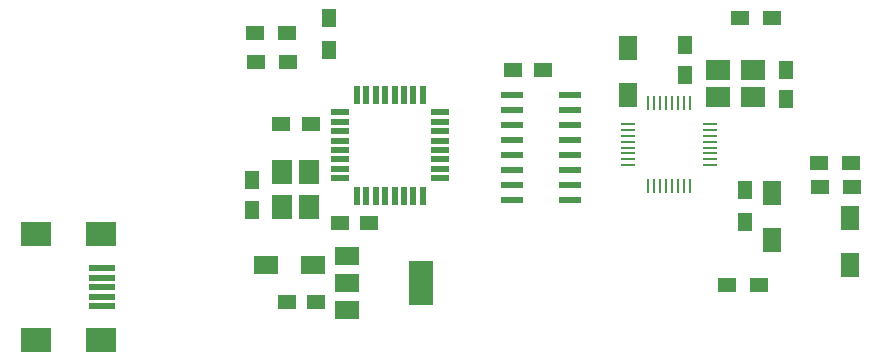
<source format=gbr>
%TF.GenerationSoftware,KiCad,Pcbnew,(5.0.0)*%
%TF.CreationDate,2018-10-21T12:48:55-07:00*%
%TF.ProjectId,USB_Host_Midi_Adapter,5553425F486F73745F4D6964695F4164,rev?*%
%TF.SameCoordinates,Original*%
%TF.FileFunction,Paste,Top*%
%TF.FilePolarity,Positive*%
%FSLAX46Y46*%
G04 Gerber Fmt 4.6, Leading zero omitted, Abs format (unit mm)*
G04 Created by KiCad (PCBNEW (5.0.0)) date 10/21/18 12:48:55*
%MOMM*%
%LPD*%
G01*
G04 APERTURE LIST*
%ADD10R,1.500000X1.250000*%
%ADD11R,2.000000X1.600000*%
%ADD12R,1.600000X2.000000*%
%ADD13R,1.250000X1.500000*%
%ADD14R,2.500000X2.000000*%
%ADD15R,2.300000X0.500000*%
%ADD16R,1.500000X1.300000*%
%ADD17R,1.300000X1.500000*%
%ADD18R,0.550000X1.600000*%
%ADD19R,1.600000X0.550000*%
%ADD20R,2.000000X1.500000*%
%ADD21R,2.000000X3.800000*%
%ADD22R,1.143000X0.254000*%
%ADD23R,0.254000X1.143000*%
%ADD24R,1.981200X0.558800*%
%ADD25R,2.100000X1.800000*%
%ADD26R,1.800000X2.100000*%
G04 APERTURE END LIST*
D10*
X155150500Y-85217000D03*
X157650500Y-85217000D03*
X158095000Y-100330000D03*
X155595000Y-100330000D03*
D11*
X153829000Y-97155000D03*
X157829000Y-97155000D03*
D12*
X184467500Y-82835500D03*
X184467500Y-78835500D03*
X203263500Y-97186500D03*
X203263500Y-93186500D03*
D13*
X189293500Y-78569500D03*
X189293500Y-81069500D03*
X197866000Y-83165000D03*
X197866000Y-80665000D03*
D12*
X196659500Y-95091000D03*
X196659500Y-91091000D03*
D10*
X177272000Y-80645000D03*
X174772000Y-80645000D03*
X160103500Y-93599000D03*
X162603500Y-93599000D03*
D13*
X152654000Y-92537600D03*
X152654000Y-90037600D03*
D14*
X134360000Y-103510000D03*
X139860000Y-103510000D03*
X134360000Y-94610000D03*
X139860000Y-94610000D03*
D15*
X139960000Y-100660000D03*
X139960000Y-99860000D03*
X139960000Y-99060000D03*
X139960000Y-98260000D03*
X139960000Y-97460000D03*
D16*
X203407000Y-88582500D03*
X200707000Y-88582500D03*
X200770500Y-90614500D03*
X203470500Y-90614500D03*
D17*
X159194500Y-78947000D03*
X159194500Y-76247000D03*
X194437000Y-90852000D03*
X194437000Y-93552000D03*
D16*
X153018500Y-80010000D03*
X155718500Y-80010000D03*
X152955000Y-77533500D03*
X155655000Y-77533500D03*
X192896500Y-98869500D03*
X195596500Y-98869500D03*
D18*
X161538000Y-82808500D03*
X162338000Y-82808500D03*
X163138000Y-82808500D03*
X163938000Y-82808500D03*
X164738000Y-82808500D03*
X165538000Y-82808500D03*
X166338000Y-82808500D03*
X167138000Y-82808500D03*
D19*
X168588000Y-84258500D03*
X168588000Y-85058500D03*
X168588000Y-85858500D03*
X168588000Y-86658500D03*
X168588000Y-87458500D03*
X168588000Y-88258500D03*
X168588000Y-89058500D03*
X168588000Y-89858500D03*
D18*
X167138000Y-91308500D03*
X166338000Y-91308500D03*
X165538000Y-91308500D03*
X164738000Y-91308500D03*
X163938000Y-91308500D03*
X163138000Y-91308500D03*
X162338000Y-91308500D03*
X161538000Y-91308500D03*
D19*
X160088000Y-89858500D03*
X160088000Y-89058500D03*
X160088000Y-88258500D03*
X160088000Y-87458500D03*
X160088000Y-86658500D03*
X160088000Y-85858500D03*
X160088000Y-85058500D03*
X160088000Y-84258500D03*
D20*
X160680000Y-96442500D03*
X160680000Y-101042500D03*
X160680000Y-98742500D03*
D21*
X166980000Y-98742500D03*
D22*
X184460000Y-85245000D03*
X184460000Y-85745000D03*
X184460000Y-86245000D03*
X184460000Y-86745000D03*
X184460000Y-87245000D03*
X184460000Y-87745000D03*
X184460000Y-88245000D03*
X184460000Y-88745000D03*
D23*
X186210000Y-90495000D03*
X186710000Y-90495000D03*
X187210000Y-90495000D03*
X187710000Y-90495000D03*
X188210000Y-90495000D03*
X188710000Y-90495000D03*
X189210000Y-90495000D03*
X189710000Y-90495000D03*
D22*
X191460000Y-88745000D03*
X191460000Y-88245000D03*
X191460000Y-87745000D03*
X191460000Y-87245000D03*
X191460000Y-86745000D03*
X191460000Y-86245000D03*
X191460000Y-85745000D03*
X191460000Y-85245000D03*
D23*
X189710000Y-83495000D03*
X189210000Y-83495000D03*
X188710000Y-83495000D03*
X188210000Y-83495000D03*
X187710000Y-83495000D03*
X187210000Y-83495000D03*
X186710000Y-83495000D03*
X186210000Y-83495000D03*
D24*
X174701200Y-82804000D03*
X174701200Y-84074000D03*
X174701200Y-85344000D03*
X174701200Y-86614000D03*
X174701200Y-87884000D03*
X174701200Y-89154000D03*
X174701200Y-90424000D03*
X174701200Y-91694000D03*
X179628800Y-91694000D03*
X179628800Y-90424000D03*
X179628800Y-89154000D03*
X179628800Y-87884000D03*
X179628800Y-86614000D03*
X179628800Y-85344000D03*
X179628800Y-84074000D03*
X179628800Y-82804000D03*
D16*
X193976000Y-76263500D03*
X196676000Y-76263500D03*
D25*
X192161500Y-80701500D03*
X195061500Y-80701500D03*
X195061500Y-83001500D03*
X192161500Y-83001500D03*
D26*
X157487000Y-92255000D03*
X157487000Y-89355000D03*
X155187000Y-89355000D03*
X155187000Y-92255000D03*
M02*

</source>
